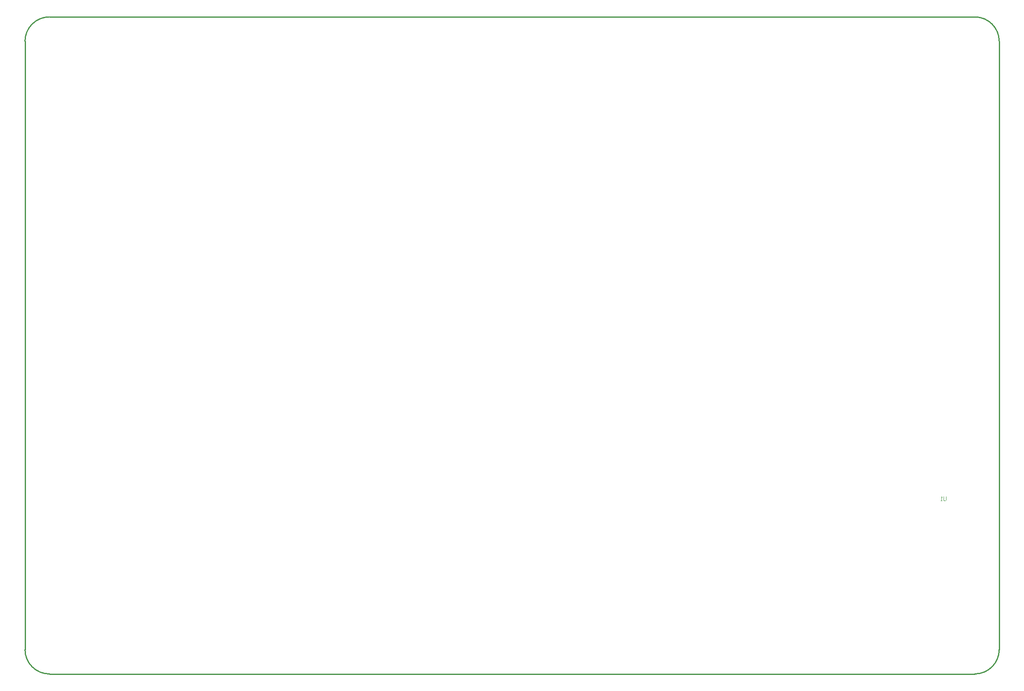
<source format=gbr>
%TF.GenerationSoftware,Altium Limited,Altium Designer,21.6.4 (81)*%
G04 Layer_Color=16711935*
%FSLAX43Y43*%
%MOMM*%
%TF.SameCoordinates,95A2699C-722C-4572-8EE5-7BEA9F810E30*%
%TF.FilePolarity,Positive*%
%TF.FileFunction,Other,Mechanical_1*%
%TF.Part,Single*%
G01*
G75*
%TA.AperFunction,NonConductor*%
%ADD96C,0.254*%
%ADD137C,0.100*%
D96*
X-200000Y5000D02*
G03*
X-195000Y0I5000J0D01*
G01*
Y135000D02*
G03*
X-200000Y130000I0J-5000D01*
G01*
X-5000Y0D02*
G03*
X-0Y5000I0J5000D01*
G01*
X0Y130000D02*
G03*
X-4973Y135000I-5000J0D01*
G01*
X-195000Y-0D02*
X-4975Y0D01*
X-200000Y130000D02*
X-200000Y5000D01*
X-195000Y135000D02*
X-4973Y135000D01*
X-0Y5000D02*
X-0Y130000D01*
D137*
X-10922Y36447D02*
Y35780D01*
X-11055Y35647D01*
X-11322D01*
X-11455Y35780D01*
Y36447D01*
X-11722Y35647D02*
X-11988D01*
X-11855D01*
Y36447D01*
X-11722Y36313D01*
%TF.MD5,ee79244da009102b4ec61c9dc101a8fd*%
M02*

</source>
